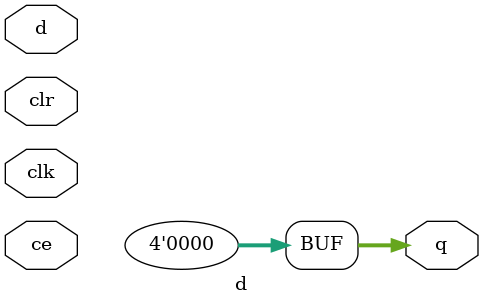
<source format=v>
`timescale 1ns / 1ps
module d(d, ce, clr, clk, q);
input ce, clr, clk;
input [3:0] d;
output [3:0] q;
reg [3:0] q;
always @(clr)
q <= 0;
always @(posedge clk)
begin
if (ce)
q <= d;
end
endmodule

</source>
